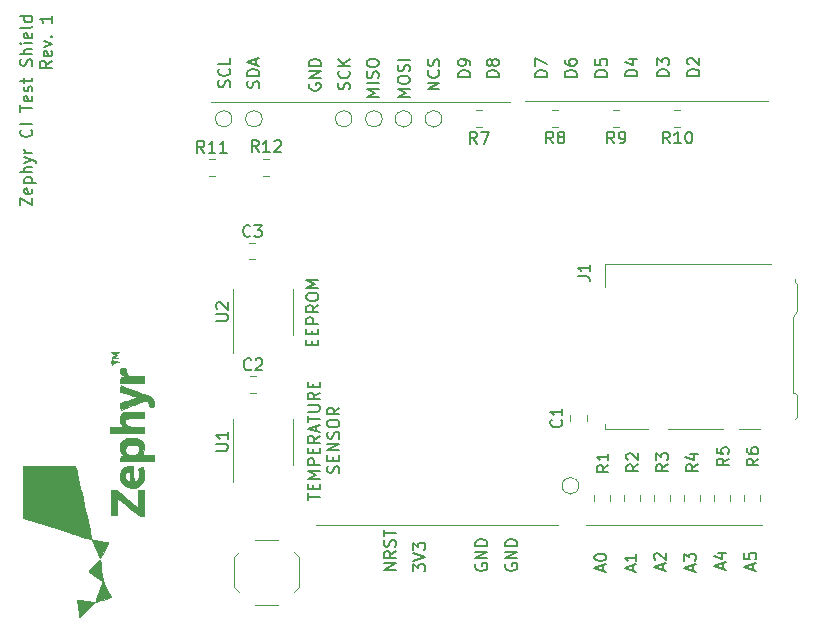
<source format=gbr>
%TF.GenerationSoftware,KiCad,Pcbnew,5.1.6-c6e7f7d~87~ubuntu19.10.1*%
%TF.CreationDate,2020-08-28T21:10:44+02:00*%
%TF.ProjectId,zephyr-ci-shield,7a657068-7972-42d6-9369-2d736869656c,1*%
%TF.SameCoordinates,Original*%
%TF.FileFunction,Legend,Top*%
%TF.FilePolarity,Positive*%
%FSLAX46Y46*%
G04 Gerber Fmt 4.6, Leading zero omitted, Abs format (unit mm)*
G04 Created by KiCad (PCBNEW 5.1.6-c6e7f7d~87~ubuntu19.10.1) date 2020-08-28 21:10:44*
%MOMM*%
%LPD*%
G01*
G04 APERTURE LIST*
%ADD10C,0.120000*%
%ADD11C,0.150000*%
%ADD12C,0.010000*%
G04 APERTURE END LIST*
D10*
X149380000Y-114810000D02*
X164240000Y-114810000D01*
X126470000Y-114800000D02*
X146970000Y-114800000D01*
X117600000Y-78960000D02*
X142920000Y-78960000D01*
X144230000Y-78910000D02*
X164740000Y-78910000D01*
D11*
X101477380Y-87745595D02*
X101477380Y-87078928D01*
X102477380Y-87745595D01*
X102477380Y-87078928D01*
X102429761Y-86317023D02*
X102477380Y-86412261D01*
X102477380Y-86602738D01*
X102429761Y-86697976D01*
X102334523Y-86745595D01*
X101953571Y-86745595D01*
X101858333Y-86697976D01*
X101810714Y-86602738D01*
X101810714Y-86412261D01*
X101858333Y-86317023D01*
X101953571Y-86269404D01*
X102048809Y-86269404D01*
X102144047Y-86745595D01*
X101810714Y-85840833D02*
X102810714Y-85840833D01*
X101858333Y-85840833D02*
X101810714Y-85745595D01*
X101810714Y-85555119D01*
X101858333Y-85459880D01*
X101905952Y-85412261D01*
X102001190Y-85364642D01*
X102286904Y-85364642D01*
X102382142Y-85412261D01*
X102429761Y-85459880D01*
X102477380Y-85555119D01*
X102477380Y-85745595D01*
X102429761Y-85840833D01*
X102477380Y-84936071D02*
X101477380Y-84936071D01*
X102477380Y-84507500D02*
X101953571Y-84507500D01*
X101858333Y-84555119D01*
X101810714Y-84650357D01*
X101810714Y-84793214D01*
X101858333Y-84888452D01*
X101905952Y-84936071D01*
X101810714Y-84126547D02*
X102477380Y-83888452D01*
X101810714Y-83650357D02*
X102477380Y-83888452D01*
X102715476Y-83983690D01*
X102763095Y-84031309D01*
X102810714Y-84126547D01*
X102477380Y-83269404D02*
X101810714Y-83269404D01*
X102001190Y-83269404D02*
X101905952Y-83221785D01*
X101858333Y-83174166D01*
X101810714Y-83078928D01*
X101810714Y-82983690D01*
X102382142Y-81317023D02*
X102429761Y-81364642D01*
X102477380Y-81507500D01*
X102477380Y-81602738D01*
X102429761Y-81745595D01*
X102334523Y-81840833D01*
X102239285Y-81888452D01*
X102048809Y-81936071D01*
X101905952Y-81936071D01*
X101715476Y-81888452D01*
X101620238Y-81840833D01*
X101525000Y-81745595D01*
X101477380Y-81602738D01*
X101477380Y-81507500D01*
X101525000Y-81364642D01*
X101572619Y-81317023D01*
X102477380Y-80888452D02*
X101477380Y-80888452D01*
X101477380Y-79793214D02*
X101477380Y-79221785D01*
X102477380Y-79507500D02*
X101477380Y-79507500D01*
X102429761Y-78507500D02*
X102477380Y-78602738D01*
X102477380Y-78793214D01*
X102429761Y-78888452D01*
X102334523Y-78936071D01*
X101953571Y-78936071D01*
X101858333Y-78888452D01*
X101810714Y-78793214D01*
X101810714Y-78602738D01*
X101858333Y-78507500D01*
X101953571Y-78459880D01*
X102048809Y-78459880D01*
X102144047Y-78936071D01*
X102429761Y-78078928D02*
X102477380Y-77983690D01*
X102477380Y-77793214D01*
X102429761Y-77697976D01*
X102334523Y-77650357D01*
X102286904Y-77650357D01*
X102191666Y-77697976D01*
X102144047Y-77793214D01*
X102144047Y-77936071D01*
X102096428Y-78031309D01*
X102001190Y-78078928D01*
X101953571Y-78078928D01*
X101858333Y-78031309D01*
X101810714Y-77936071D01*
X101810714Y-77793214D01*
X101858333Y-77697976D01*
X101810714Y-77364642D02*
X101810714Y-76983690D01*
X101477380Y-77221785D02*
X102334523Y-77221785D01*
X102429761Y-77174166D01*
X102477380Y-77078928D01*
X102477380Y-76983690D01*
X102429761Y-75936071D02*
X102477380Y-75793214D01*
X102477380Y-75555119D01*
X102429761Y-75459880D01*
X102382142Y-75412261D01*
X102286904Y-75364642D01*
X102191666Y-75364642D01*
X102096428Y-75412261D01*
X102048809Y-75459880D01*
X102001190Y-75555119D01*
X101953571Y-75745595D01*
X101905952Y-75840833D01*
X101858333Y-75888452D01*
X101763095Y-75936071D01*
X101667857Y-75936071D01*
X101572619Y-75888452D01*
X101525000Y-75840833D01*
X101477380Y-75745595D01*
X101477380Y-75507500D01*
X101525000Y-75364642D01*
X102477380Y-74936071D02*
X101477380Y-74936071D01*
X102477380Y-74507500D02*
X101953571Y-74507500D01*
X101858333Y-74555119D01*
X101810714Y-74650357D01*
X101810714Y-74793214D01*
X101858333Y-74888452D01*
X101905952Y-74936071D01*
X102477380Y-74031309D02*
X101810714Y-74031309D01*
X101477380Y-74031309D02*
X101525000Y-74078928D01*
X101572619Y-74031309D01*
X101525000Y-73983690D01*
X101477380Y-74031309D01*
X101572619Y-74031309D01*
X102429761Y-73174166D02*
X102477380Y-73269404D01*
X102477380Y-73459880D01*
X102429761Y-73555119D01*
X102334523Y-73602738D01*
X101953571Y-73602738D01*
X101858333Y-73555119D01*
X101810714Y-73459880D01*
X101810714Y-73269404D01*
X101858333Y-73174166D01*
X101953571Y-73126547D01*
X102048809Y-73126547D01*
X102144047Y-73602738D01*
X102477380Y-72555119D02*
X102429761Y-72650357D01*
X102334523Y-72697976D01*
X101477380Y-72697976D01*
X102477380Y-71745595D02*
X101477380Y-71745595D01*
X102429761Y-71745595D02*
X102477380Y-71840833D01*
X102477380Y-72031309D01*
X102429761Y-72126547D01*
X102382142Y-72174166D01*
X102286904Y-72221785D01*
X102001190Y-72221785D01*
X101905952Y-72174166D01*
X101858333Y-72126547D01*
X101810714Y-72031309D01*
X101810714Y-71840833D01*
X101858333Y-71745595D01*
X104127380Y-75507500D02*
X103651190Y-75840833D01*
X104127380Y-76078928D02*
X103127380Y-76078928D01*
X103127380Y-75697976D01*
X103175000Y-75602738D01*
X103222619Y-75555119D01*
X103317857Y-75507500D01*
X103460714Y-75507500D01*
X103555952Y-75555119D01*
X103603571Y-75602738D01*
X103651190Y-75697976D01*
X103651190Y-76078928D01*
X104079761Y-74697976D02*
X104127380Y-74793214D01*
X104127380Y-74983690D01*
X104079761Y-75078928D01*
X103984523Y-75126547D01*
X103603571Y-75126547D01*
X103508333Y-75078928D01*
X103460714Y-74983690D01*
X103460714Y-74793214D01*
X103508333Y-74697976D01*
X103603571Y-74650357D01*
X103698809Y-74650357D01*
X103794047Y-75126547D01*
X103460714Y-74317023D02*
X104127380Y-74078928D01*
X103460714Y-73840833D01*
X104032142Y-73459880D02*
X104079761Y-73412261D01*
X104127380Y-73459880D01*
X104079761Y-73507500D01*
X104032142Y-73459880D01*
X104127380Y-73459880D01*
X104127380Y-71697976D02*
X104127380Y-72269404D01*
X104127380Y-71983690D02*
X103127380Y-71983690D01*
X103270238Y-72078928D01*
X103365476Y-72174166D01*
X103413095Y-72269404D01*
X133252380Y-118630404D02*
X132252380Y-118630404D01*
X133252380Y-118058976D01*
X132252380Y-118058976D01*
X133252380Y-117011357D02*
X132776190Y-117344690D01*
X133252380Y-117582785D02*
X132252380Y-117582785D01*
X132252380Y-117201833D01*
X132300000Y-117106595D01*
X132347619Y-117058976D01*
X132442857Y-117011357D01*
X132585714Y-117011357D01*
X132680952Y-117058976D01*
X132728571Y-117106595D01*
X132776190Y-117201833D01*
X132776190Y-117582785D01*
X133204761Y-116630404D02*
X133252380Y-116487547D01*
X133252380Y-116249452D01*
X133204761Y-116154214D01*
X133157142Y-116106595D01*
X133061904Y-116058976D01*
X132966666Y-116058976D01*
X132871428Y-116106595D01*
X132823809Y-116154214D01*
X132776190Y-116249452D01*
X132728571Y-116439928D01*
X132680952Y-116535166D01*
X132633333Y-116582785D01*
X132538095Y-116630404D01*
X132442857Y-116630404D01*
X132347619Y-116582785D01*
X132300000Y-116535166D01*
X132252380Y-116439928D01*
X132252380Y-116201833D01*
X132300000Y-116058976D01*
X132252380Y-115773261D02*
X132252380Y-115201833D01*
X133252380Y-115487547D02*
X132252380Y-115487547D01*
X134752380Y-118725642D02*
X134752380Y-118106595D01*
X135133333Y-118439928D01*
X135133333Y-118297071D01*
X135180952Y-118201833D01*
X135228571Y-118154214D01*
X135323809Y-118106595D01*
X135561904Y-118106595D01*
X135657142Y-118154214D01*
X135704761Y-118201833D01*
X135752380Y-118297071D01*
X135752380Y-118582785D01*
X135704761Y-118678023D01*
X135657142Y-118725642D01*
X134752380Y-117820880D02*
X135752380Y-117487547D01*
X134752380Y-117154214D01*
X134752380Y-116916119D02*
X134752380Y-116297071D01*
X135133333Y-116630404D01*
X135133333Y-116487547D01*
X135180952Y-116392309D01*
X135228571Y-116344690D01*
X135323809Y-116297071D01*
X135561904Y-116297071D01*
X135657142Y-116344690D01*
X135704761Y-116392309D01*
X135752380Y-116487547D01*
X135752380Y-116773261D01*
X135704761Y-116868500D01*
X135657142Y-116916119D01*
X140050000Y-118106595D02*
X140002380Y-118201833D01*
X140002380Y-118344690D01*
X140050000Y-118487547D01*
X140145238Y-118582785D01*
X140240476Y-118630404D01*
X140430952Y-118678023D01*
X140573809Y-118678023D01*
X140764285Y-118630404D01*
X140859523Y-118582785D01*
X140954761Y-118487547D01*
X141002380Y-118344690D01*
X141002380Y-118249452D01*
X140954761Y-118106595D01*
X140907142Y-118058976D01*
X140573809Y-118058976D01*
X140573809Y-118249452D01*
X141002380Y-117630404D02*
X140002380Y-117630404D01*
X141002380Y-117058976D01*
X140002380Y-117058976D01*
X141002380Y-116582785D02*
X140002380Y-116582785D01*
X140002380Y-116344690D01*
X140050000Y-116201833D01*
X140145238Y-116106595D01*
X140240476Y-116058976D01*
X140430952Y-116011357D01*
X140573809Y-116011357D01*
X140764285Y-116058976D01*
X140859523Y-116106595D01*
X140954761Y-116201833D01*
X141002380Y-116344690D01*
X141002380Y-116582785D01*
X142580000Y-118106595D02*
X142532380Y-118201833D01*
X142532380Y-118344690D01*
X142580000Y-118487547D01*
X142675238Y-118582785D01*
X142770476Y-118630404D01*
X142960952Y-118678023D01*
X143103809Y-118678023D01*
X143294285Y-118630404D01*
X143389523Y-118582785D01*
X143484761Y-118487547D01*
X143532380Y-118344690D01*
X143532380Y-118249452D01*
X143484761Y-118106595D01*
X143437142Y-118058976D01*
X143103809Y-118058976D01*
X143103809Y-118249452D01*
X143532380Y-117630404D02*
X142532380Y-117630404D01*
X143532380Y-117058976D01*
X142532380Y-117058976D01*
X143532380Y-116582785D02*
X142532380Y-116582785D01*
X142532380Y-116344690D01*
X142580000Y-116201833D01*
X142675238Y-116106595D01*
X142770476Y-116058976D01*
X142960952Y-116011357D01*
X143103809Y-116011357D01*
X143294285Y-116058976D01*
X143389523Y-116106595D01*
X143484761Y-116201833D01*
X143532380Y-116344690D01*
X143532380Y-116582785D01*
X126178571Y-99571904D02*
X126178571Y-99238571D01*
X126702380Y-99095714D02*
X126702380Y-99571904D01*
X125702380Y-99571904D01*
X125702380Y-99095714D01*
X126178571Y-98667142D02*
X126178571Y-98333809D01*
X126702380Y-98190952D02*
X126702380Y-98667142D01*
X125702380Y-98667142D01*
X125702380Y-98190952D01*
X126702380Y-97762380D02*
X125702380Y-97762380D01*
X125702380Y-97381428D01*
X125750000Y-97286190D01*
X125797619Y-97238571D01*
X125892857Y-97190952D01*
X126035714Y-97190952D01*
X126130952Y-97238571D01*
X126178571Y-97286190D01*
X126226190Y-97381428D01*
X126226190Y-97762380D01*
X126702380Y-96190952D02*
X126226190Y-96524285D01*
X126702380Y-96762380D02*
X125702380Y-96762380D01*
X125702380Y-96381428D01*
X125750000Y-96286190D01*
X125797619Y-96238571D01*
X125892857Y-96190952D01*
X126035714Y-96190952D01*
X126130952Y-96238571D01*
X126178571Y-96286190D01*
X126226190Y-96381428D01*
X126226190Y-96762380D01*
X125702380Y-95571904D02*
X125702380Y-95381428D01*
X125750000Y-95286190D01*
X125845238Y-95190952D01*
X126035714Y-95143333D01*
X126369047Y-95143333D01*
X126559523Y-95190952D01*
X126654761Y-95286190D01*
X126702380Y-95381428D01*
X126702380Y-95571904D01*
X126654761Y-95667142D01*
X126559523Y-95762380D01*
X126369047Y-95810000D01*
X126035714Y-95810000D01*
X125845238Y-95762380D01*
X125750000Y-95667142D01*
X125702380Y-95571904D01*
X126702380Y-94714761D02*
X125702380Y-94714761D01*
X126416666Y-94381428D01*
X125702380Y-94048095D01*
X126702380Y-94048095D01*
X125817380Y-112677619D02*
X125817380Y-112106190D01*
X126817380Y-112391904D02*
X125817380Y-112391904D01*
X126293571Y-111772857D02*
X126293571Y-111439523D01*
X126817380Y-111296666D02*
X126817380Y-111772857D01*
X125817380Y-111772857D01*
X125817380Y-111296666D01*
X126817380Y-110868095D02*
X125817380Y-110868095D01*
X126531666Y-110534761D01*
X125817380Y-110201428D01*
X126817380Y-110201428D01*
X126817380Y-109725238D02*
X125817380Y-109725238D01*
X125817380Y-109344285D01*
X125865000Y-109249047D01*
X125912619Y-109201428D01*
X126007857Y-109153809D01*
X126150714Y-109153809D01*
X126245952Y-109201428D01*
X126293571Y-109249047D01*
X126341190Y-109344285D01*
X126341190Y-109725238D01*
X126293571Y-108725238D02*
X126293571Y-108391904D01*
X126817380Y-108249047D02*
X126817380Y-108725238D01*
X125817380Y-108725238D01*
X125817380Y-108249047D01*
X126817380Y-107249047D02*
X126341190Y-107582380D01*
X126817380Y-107820476D02*
X125817380Y-107820476D01*
X125817380Y-107439523D01*
X125865000Y-107344285D01*
X125912619Y-107296666D01*
X126007857Y-107249047D01*
X126150714Y-107249047D01*
X126245952Y-107296666D01*
X126293571Y-107344285D01*
X126341190Y-107439523D01*
X126341190Y-107820476D01*
X126531666Y-106868095D02*
X126531666Y-106391904D01*
X126817380Y-106963333D02*
X125817380Y-106630000D01*
X126817380Y-106296666D01*
X125817380Y-106106190D02*
X125817380Y-105534761D01*
X126817380Y-105820476D02*
X125817380Y-105820476D01*
X125817380Y-105201428D02*
X126626904Y-105201428D01*
X126722142Y-105153809D01*
X126769761Y-105106190D01*
X126817380Y-105010952D01*
X126817380Y-104820476D01*
X126769761Y-104725238D01*
X126722142Y-104677619D01*
X126626904Y-104630000D01*
X125817380Y-104630000D01*
X126817380Y-103582380D02*
X126341190Y-103915714D01*
X126817380Y-104153809D02*
X125817380Y-104153809D01*
X125817380Y-103772857D01*
X125865000Y-103677619D01*
X125912619Y-103630000D01*
X126007857Y-103582380D01*
X126150714Y-103582380D01*
X126245952Y-103630000D01*
X126293571Y-103677619D01*
X126341190Y-103772857D01*
X126341190Y-104153809D01*
X126293571Y-103153809D02*
X126293571Y-102820476D01*
X126817380Y-102677619D02*
X126817380Y-103153809D01*
X125817380Y-103153809D01*
X125817380Y-102677619D01*
X128419761Y-110391904D02*
X128467380Y-110249047D01*
X128467380Y-110010952D01*
X128419761Y-109915714D01*
X128372142Y-109868095D01*
X128276904Y-109820476D01*
X128181666Y-109820476D01*
X128086428Y-109868095D01*
X128038809Y-109915714D01*
X127991190Y-110010952D01*
X127943571Y-110201428D01*
X127895952Y-110296666D01*
X127848333Y-110344285D01*
X127753095Y-110391904D01*
X127657857Y-110391904D01*
X127562619Y-110344285D01*
X127515000Y-110296666D01*
X127467380Y-110201428D01*
X127467380Y-109963333D01*
X127515000Y-109820476D01*
X127943571Y-109391904D02*
X127943571Y-109058571D01*
X128467380Y-108915714D02*
X128467380Y-109391904D01*
X127467380Y-109391904D01*
X127467380Y-108915714D01*
X128467380Y-108487142D02*
X127467380Y-108487142D01*
X128467380Y-107915714D01*
X127467380Y-107915714D01*
X128419761Y-107487142D02*
X128467380Y-107344285D01*
X128467380Y-107106190D01*
X128419761Y-107010952D01*
X128372142Y-106963333D01*
X128276904Y-106915714D01*
X128181666Y-106915714D01*
X128086428Y-106963333D01*
X128038809Y-107010952D01*
X127991190Y-107106190D01*
X127943571Y-107296666D01*
X127895952Y-107391904D01*
X127848333Y-107439523D01*
X127753095Y-107487142D01*
X127657857Y-107487142D01*
X127562619Y-107439523D01*
X127515000Y-107391904D01*
X127467380Y-107296666D01*
X127467380Y-107058571D01*
X127515000Y-106915714D01*
X127467380Y-106296666D02*
X127467380Y-106106190D01*
X127515000Y-106010952D01*
X127610238Y-105915714D01*
X127800714Y-105868095D01*
X128134047Y-105868095D01*
X128324523Y-105915714D01*
X128419761Y-106010952D01*
X128467380Y-106106190D01*
X128467380Y-106296666D01*
X128419761Y-106391904D01*
X128324523Y-106487142D01*
X128134047Y-106534761D01*
X127800714Y-106534761D01*
X127610238Y-106487142D01*
X127515000Y-106391904D01*
X127467380Y-106296666D01*
X128467380Y-104868095D02*
X127991190Y-105201428D01*
X128467380Y-105439523D02*
X127467380Y-105439523D01*
X127467380Y-105058571D01*
X127515000Y-104963333D01*
X127562619Y-104915714D01*
X127657857Y-104868095D01*
X127800714Y-104868095D01*
X127895952Y-104915714D01*
X127943571Y-104963333D01*
X127991190Y-105058571D01*
X127991190Y-105439523D01*
X163486666Y-118576023D02*
X163486666Y-118099833D01*
X163772380Y-118671261D02*
X162772380Y-118337928D01*
X163772380Y-118004595D01*
X162772380Y-117195071D02*
X162772380Y-117671261D01*
X163248571Y-117718880D01*
X163200952Y-117671261D01*
X163153333Y-117576023D01*
X163153333Y-117337928D01*
X163200952Y-117242690D01*
X163248571Y-117195071D01*
X163343809Y-117147452D01*
X163581904Y-117147452D01*
X163677142Y-117195071D01*
X163724761Y-117242690D01*
X163772380Y-117337928D01*
X163772380Y-117576023D01*
X163724761Y-117671261D01*
X163677142Y-117718880D01*
X160936666Y-118542023D02*
X160936666Y-118065833D01*
X161222380Y-118637261D02*
X160222380Y-118303928D01*
X161222380Y-117970595D01*
X160555714Y-117208690D02*
X161222380Y-117208690D01*
X160174761Y-117446785D02*
X160889047Y-117684880D01*
X160889047Y-117065833D01*
X158396666Y-118644023D02*
X158396666Y-118167833D01*
X158682380Y-118739261D02*
X157682380Y-118405928D01*
X158682380Y-118072595D01*
X157682380Y-117834500D02*
X157682380Y-117215452D01*
X158063333Y-117548785D01*
X158063333Y-117405928D01*
X158110952Y-117310690D01*
X158158571Y-117263071D01*
X158253809Y-117215452D01*
X158491904Y-117215452D01*
X158587142Y-117263071D01*
X158634761Y-117310690D01*
X158682380Y-117405928D01*
X158682380Y-117691642D01*
X158634761Y-117786880D01*
X158587142Y-117834500D01*
X155846666Y-118610023D02*
X155846666Y-118133833D01*
X156132380Y-118705261D02*
X155132380Y-118371928D01*
X156132380Y-118038595D01*
X155227619Y-117752880D02*
X155180000Y-117705261D01*
X155132380Y-117610023D01*
X155132380Y-117371928D01*
X155180000Y-117276690D01*
X155227619Y-117229071D01*
X155322857Y-117181452D01*
X155418095Y-117181452D01*
X155560952Y-117229071D01*
X156132380Y-117800500D01*
X156132380Y-117181452D01*
X153356666Y-118712023D02*
X153356666Y-118235833D01*
X153642380Y-118807261D02*
X152642380Y-118473928D01*
X153642380Y-118140595D01*
X153642380Y-117283452D02*
X153642380Y-117854880D01*
X153642380Y-117569166D02*
X152642380Y-117569166D01*
X152785238Y-117664404D01*
X152880476Y-117759642D01*
X152928095Y-117854880D01*
X150796666Y-118678023D02*
X150796666Y-118201833D01*
X151082380Y-118773261D02*
X150082380Y-118439928D01*
X151082380Y-118106595D01*
X150082380Y-117582785D02*
X150082380Y-117487547D01*
X150130000Y-117392309D01*
X150177619Y-117344690D01*
X150272857Y-117297071D01*
X150463333Y-117249452D01*
X150701428Y-117249452D01*
X150891904Y-117297071D01*
X150987142Y-117344690D01*
X151034761Y-117392309D01*
X151082380Y-117487547D01*
X151082380Y-117582785D01*
X151034761Y-117678023D01*
X150987142Y-117725642D01*
X150891904Y-117773261D01*
X150701428Y-117820880D01*
X150463333Y-117820880D01*
X150272857Y-117773261D01*
X150177619Y-117725642D01*
X150130000Y-117678023D01*
X150082380Y-117582785D01*
X125950000Y-77443214D02*
X125902380Y-77538452D01*
X125902380Y-77681309D01*
X125950000Y-77824166D01*
X126045238Y-77919404D01*
X126140476Y-77967023D01*
X126330952Y-78014642D01*
X126473809Y-78014642D01*
X126664285Y-77967023D01*
X126759523Y-77919404D01*
X126854761Y-77824166D01*
X126902380Y-77681309D01*
X126902380Y-77586071D01*
X126854761Y-77443214D01*
X126807142Y-77395595D01*
X126473809Y-77395595D01*
X126473809Y-77586071D01*
X126902380Y-76967023D02*
X125902380Y-76967023D01*
X126902380Y-76395595D01*
X125902380Y-76395595D01*
X126902380Y-75919404D02*
X125902380Y-75919404D01*
X125902380Y-75681309D01*
X125950000Y-75538452D01*
X126045238Y-75443214D01*
X126140476Y-75395595D01*
X126330952Y-75347976D01*
X126473809Y-75347976D01*
X126664285Y-75395595D01*
X126759523Y-75443214D01*
X126854761Y-75538452D01*
X126902380Y-75681309D01*
X126902380Y-75919404D01*
X121644761Y-77776547D02*
X121692380Y-77633690D01*
X121692380Y-77395595D01*
X121644761Y-77300357D01*
X121597142Y-77252738D01*
X121501904Y-77205119D01*
X121406666Y-77205119D01*
X121311428Y-77252738D01*
X121263809Y-77300357D01*
X121216190Y-77395595D01*
X121168571Y-77586071D01*
X121120952Y-77681309D01*
X121073333Y-77728928D01*
X120978095Y-77776547D01*
X120882857Y-77776547D01*
X120787619Y-77728928D01*
X120740000Y-77681309D01*
X120692380Y-77586071D01*
X120692380Y-77347976D01*
X120740000Y-77205119D01*
X121692380Y-76776547D02*
X120692380Y-76776547D01*
X120692380Y-76538452D01*
X120740000Y-76395595D01*
X120835238Y-76300357D01*
X120930476Y-76252738D01*
X121120952Y-76205119D01*
X121263809Y-76205119D01*
X121454285Y-76252738D01*
X121549523Y-76300357D01*
X121644761Y-76395595D01*
X121692380Y-76538452D01*
X121692380Y-76776547D01*
X121406666Y-75824166D02*
X121406666Y-75347976D01*
X121692380Y-75919404D02*
X120692380Y-75586071D01*
X121692380Y-75252738D01*
X119194761Y-77728928D02*
X119242380Y-77586071D01*
X119242380Y-77347976D01*
X119194761Y-77252738D01*
X119147142Y-77205119D01*
X119051904Y-77157500D01*
X118956666Y-77157500D01*
X118861428Y-77205119D01*
X118813809Y-77252738D01*
X118766190Y-77347976D01*
X118718571Y-77538452D01*
X118670952Y-77633690D01*
X118623333Y-77681309D01*
X118528095Y-77728928D01*
X118432857Y-77728928D01*
X118337619Y-77681309D01*
X118290000Y-77633690D01*
X118242380Y-77538452D01*
X118242380Y-77300357D01*
X118290000Y-77157500D01*
X119147142Y-76157500D02*
X119194761Y-76205119D01*
X119242380Y-76347976D01*
X119242380Y-76443214D01*
X119194761Y-76586071D01*
X119099523Y-76681309D01*
X119004285Y-76728928D01*
X118813809Y-76776547D01*
X118670952Y-76776547D01*
X118480476Y-76728928D01*
X118385238Y-76681309D01*
X118290000Y-76586071D01*
X118242380Y-76443214D01*
X118242380Y-76347976D01*
X118290000Y-76205119D01*
X118337619Y-76157500D01*
X119242380Y-75252738D02*
X119242380Y-75728928D01*
X118242380Y-75728928D01*
X158952380Y-76761785D02*
X157952380Y-76761785D01*
X157952380Y-76523690D01*
X158000000Y-76380833D01*
X158095238Y-76285595D01*
X158190476Y-76237976D01*
X158380952Y-76190357D01*
X158523809Y-76190357D01*
X158714285Y-76237976D01*
X158809523Y-76285595D01*
X158904761Y-76380833D01*
X158952380Y-76523690D01*
X158952380Y-76761785D01*
X158047619Y-75809404D02*
X158000000Y-75761785D01*
X157952380Y-75666547D01*
X157952380Y-75428452D01*
X158000000Y-75333214D01*
X158047619Y-75285595D01*
X158142857Y-75237976D01*
X158238095Y-75237976D01*
X158380952Y-75285595D01*
X158952380Y-75857023D01*
X158952380Y-75237976D01*
X156392380Y-76791785D02*
X155392380Y-76791785D01*
X155392380Y-76553690D01*
X155440000Y-76410833D01*
X155535238Y-76315595D01*
X155630476Y-76267976D01*
X155820952Y-76220357D01*
X155963809Y-76220357D01*
X156154285Y-76267976D01*
X156249523Y-76315595D01*
X156344761Y-76410833D01*
X156392380Y-76553690D01*
X156392380Y-76791785D01*
X155392380Y-75887023D02*
X155392380Y-75267976D01*
X155773333Y-75601309D01*
X155773333Y-75458452D01*
X155820952Y-75363214D01*
X155868571Y-75315595D01*
X155963809Y-75267976D01*
X156201904Y-75267976D01*
X156297142Y-75315595D01*
X156344761Y-75363214D01*
X156392380Y-75458452D01*
X156392380Y-75744166D01*
X156344761Y-75839404D01*
X156297142Y-75887023D01*
X153702380Y-76811785D02*
X152702380Y-76811785D01*
X152702380Y-76573690D01*
X152750000Y-76430833D01*
X152845238Y-76335595D01*
X152940476Y-76287976D01*
X153130952Y-76240357D01*
X153273809Y-76240357D01*
X153464285Y-76287976D01*
X153559523Y-76335595D01*
X153654761Y-76430833D01*
X153702380Y-76573690D01*
X153702380Y-76811785D01*
X153035714Y-75383214D02*
X153702380Y-75383214D01*
X152654761Y-75621309D02*
X153369047Y-75859404D01*
X153369047Y-75240357D01*
X151152380Y-76831785D02*
X150152380Y-76831785D01*
X150152380Y-76593690D01*
X150200000Y-76450833D01*
X150295238Y-76355595D01*
X150390476Y-76307976D01*
X150580952Y-76260357D01*
X150723809Y-76260357D01*
X150914285Y-76307976D01*
X151009523Y-76355595D01*
X151104761Y-76450833D01*
X151152380Y-76593690D01*
X151152380Y-76831785D01*
X150152380Y-75355595D02*
X150152380Y-75831785D01*
X150628571Y-75879404D01*
X150580952Y-75831785D01*
X150533333Y-75736547D01*
X150533333Y-75498452D01*
X150580952Y-75403214D01*
X150628571Y-75355595D01*
X150723809Y-75307976D01*
X150961904Y-75307976D01*
X151057142Y-75355595D01*
X151104761Y-75403214D01*
X151152380Y-75498452D01*
X151152380Y-75736547D01*
X151104761Y-75831785D01*
X151057142Y-75879404D01*
X148572380Y-76851785D02*
X147572380Y-76851785D01*
X147572380Y-76613690D01*
X147620000Y-76470833D01*
X147715238Y-76375595D01*
X147810476Y-76327976D01*
X148000952Y-76280357D01*
X148143809Y-76280357D01*
X148334285Y-76327976D01*
X148429523Y-76375595D01*
X148524761Y-76470833D01*
X148572380Y-76613690D01*
X148572380Y-76851785D01*
X147572380Y-75423214D02*
X147572380Y-75613690D01*
X147620000Y-75708928D01*
X147667619Y-75756547D01*
X147810476Y-75851785D01*
X148000952Y-75899404D01*
X148381904Y-75899404D01*
X148477142Y-75851785D01*
X148524761Y-75804166D01*
X148572380Y-75708928D01*
X148572380Y-75518452D01*
X148524761Y-75423214D01*
X148477142Y-75375595D01*
X148381904Y-75327976D01*
X148143809Y-75327976D01*
X148048571Y-75375595D01*
X148000952Y-75423214D01*
X147953333Y-75518452D01*
X147953333Y-75708928D01*
X148000952Y-75804166D01*
X148048571Y-75851785D01*
X148143809Y-75899404D01*
X146082380Y-76871785D02*
X145082380Y-76871785D01*
X145082380Y-76633690D01*
X145130000Y-76490833D01*
X145225238Y-76395595D01*
X145320476Y-76347976D01*
X145510952Y-76300357D01*
X145653809Y-76300357D01*
X145844285Y-76347976D01*
X145939523Y-76395595D01*
X146034761Y-76490833D01*
X146082380Y-76633690D01*
X146082380Y-76871785D01*
X145082380Y-75967023D02*
X145082380Y-75300357D01*
X146082380Y-75728928D01*
X141962380Y-76871785D02*
X140962380Y-76871785D01*
X140962380Y-76633690D01*
X141010000Y-76490833D01*
X141105238Y-76395595D01*
X141200476Y-76347976D01*
X141390952Y-76300357D01*
X141533809Y-76300357D01*
X141724285Y-76347976D01*
X141819523Y-76395595D01*
X141914761Y-76490833D01*
X141962380Y-76633690D01*
X141962380Y-76871785D01*
X141390952Y-75728928D02*
X141343333Y-75824166D01*
X141295714Y-75871785D01*
X141200476Y-75919404D01*
X141152857Y-75919404D01*
X141057619Y-75871785D01*
X141010000Y-75824166D01*
X140962380Y-75728928D01*
X140962380Y-75538452D01*
X141010000Y-75443214D01*
X141057619Y-75395595D01*
X141152857Y-75347976D01*
X141200476Y-75347976D01*
X141295714Y-75395595D01*
X141343333Y-75443214D01*
X141390952Y-75538452D01*
X141390952Y-75728928D01*
X141438571Y-75824166D01*
X141486190Y-75871785D01*
X141581428Y-75919404D01*
X141771904Y-75919404D01*
X141867142Y-75871785D01*
X141914761Y-75824166D01*
X141962380Y-75728928D01*
X141962380Y-75538452D01*
X141914761Y-75443214D01*
X141867142Y-75395595D01*
X141771904Y-75347976D01*
X141581428Y-75347976D01*
X141486190Y-75395595D01*
X141438571Y-75443214D01*
X141390952Y-75538452D01*
X139552380Y-76871785D02*
X138552380Y-76871785D01*
X138552380Y-76633690D01*
X138600000Y-76490833D01*
X138695238Y-76395595D01*
X138790476Y-76347976D01*
X138980952Y-76300357D01*
X139123809Y-76300357D01*
X139314285Y-76347976D01*
X139409523Y-76395595D01*
X139504761Y-76490833D01*
X139552380Y-76633690D01*
X139552380Y-76871785D01*
X139552380Y-75824166D02*
X139552380Y-75633690D01*
X139504761Y-75538452D01*
X139457142Y-75490833D01*
X139314285Y-75395595D01*
X139123809Y-75347976D01*
X138742857Y-75347976D01*
X138647619Y-75395595D01*
X138600000Y-75443214D01*
X138552380Y-75538452D01*
X138552380Y-75728928D01*
X138600000Y-75824166D01*
X138647619Y-75871785D01*
X138742857Y-75919404D01*
X138980952Y-75919404D01*
X139076190Y-75871785D01*
X139123809Y-75824166D01*
X139171428Y-75728928D01*
X139171428Y-75538452D01*
X139123809Y-75443214D01*
X139076190Y-75395595D01*
X138980952Y-75347976D01*
X136952380Y-77919404D02*
X135952380Y-77919404D01*
X136952380Y-77347976D01*
X135952380Y-77347976D01*
X136857142Y-76300357D02*
X136904761Y-76347976D01*
X136952380Y-76490833D01*
X136952380Y-76586071D01*
X136904761Y-76728928D01*
X136809523Y-76824166D01*
X136714285Y-76871785D01*
X136523809Y-76919404D01*
X136380952Y-76919404D01*
X136190476Y-76871785D01*
X136095238Y-76824166D01*
X136000000Y-76728928D01*
X135952380Y-76586071D01*
X135952380Y-76490833D01*
X136000000Y-76347976D01*
X136047619Y-76300357D01*
X136904761Y-75919404D02*
X136952380Y-75776547D01*
X136952380Y-75538452D01*
X136904761Y-75443214D01*
X136857142Y-75395595D01*
X136761904Y-75347976D01*
X136666666Y-75347976D01*
X136571428Y-75395595D01*
X136523809Y-75443214D01*
X136476190Y-75538452D01*
X136428571Y-75728928D01*
X136380952Y-75824166D01*
X136333333Y-75871785D01*
X136238095Y-75919404D01*
X136142857Y-75919404D01*
X136047619Y-75871785D01*
X136000000Y-75824166D01*
X135952380Y-75728928D01*
X135952380Y-75490833D01*
X136000000Y-75347976D01*
X134442380Y-78538452D02*
X133442380Y-78538452D01*
X134156666Y-78205119D01*
X133442380Y-77871785D01*
X134442380Y-77871785D01*
X133442380Y-77205119D02*
X133442380Y-77014642D01*
X133490000Y-76919404D01*
X133585238Y-76824166D01*
X133775714Y-76776547D01*
X134109047Y-76776547D01*
X134299523Y-76824166D01*
X134394761Y-76919404D01*
X134442380Y-77014642D01*
X134442380Y-77205119D01*
X134394761Y-77300357D01*
X134299523Y-77395595D01*
X134109047Y-77443214D01*
X133775714Y-77443214D01*
X133585238Y-77395595D01*
X133490000Y-77300357D01*
X133442380Y-77205119D01*
X134394761Y-76395595D02*
X134442380Y-76252738D01*
X134442380Y-76014642D01*
X134394761Y-75919404D01*
X134347142Y-75871785D01*
X134251904Y-75824166D01*
X134156666Y-75824166D01*
X134061428Y-75871785D01*
X134013809Y-75919404D01*
X133966190Y-76014642D01*
X133918571Y-76205119D01*
X133870952Y-76300357D01*
X133823333Y-76347976D01*
X133728095Y-76395595D01*
X133632857Y-76395595D01*
X133537619Y-76347976D01*
X133490000Y-76300357D01*
X133442380Y-76205119D01*
X133442380Y-75967023D01*
X133490000Y-75824166D01*
X134442380Y-75395595D02*
X133442380Y-75395595D01*
X131802380Y-78538452D02*
X130802380Y-78538452D01*
X131516666Y-78205119D01*
X130802380Y-77871785D01*
X131802380Y-77871785D01*
X131802380Y-77395595D02*
X130802380Y-77395595D01*
X131754761Y-76967023D02*
X131802380Y-76824166D01*
X131802380Y-76586071D01*
X131754761Y-76490833D01*
X131707142Y-76443214D01*
X131611904Y-76395595D01*
X131516666Y-76395595D01*
X131421428Y-76443214D01*
X131373809Y-76490833D01*
X131326190Y-76586071D01*
X131278571Y-76776547D01*
X131230952Y-76871785D01*
X131183333Y-76919404D01*
X131088095Y-76967023D01*
X130992857Y-76967023D01*
X130897619Y-76919404D01*
X130850000Y-76871785D01*
X130802380Y-76776547D01*
X130802380Y-76538452D01*
X130850000Y-76395595D01*
X130802380Y-75776547D02*
X130802380Y-75586071D01*
X130850000Y-75490833D01*
X130945238Y-75395595D01*
X131135714Y-75347976D01*
X131469047Y-75347976D01*
X131659523Y-75395595D01*
X131754761Y-75490833D01*
X131802380Y-75586071D01*
X131802380Y-75776547D01*
X131754761Y-75871785D01*
X131659523Y-75967023D01*
X131469047Y-76014642D01*
X131135714Y-76014642D01*
X130945238Y-75967023D01*
X130850000Y-75871785D01*
X130802380Y-75776547D01*
X129334761Y-77919404D02*
X129382380Y-77776547D01*
X129382380Y-77538452D01*
X129334761Y-77443214D01*
X129287142Y-77395595D01*
X129191904Y-77347976D01*
X129096666Y-77347976D01*
X129001428Y-77395595D01*
X128953809Y-77443214D01*
X128906190Y-77538452D01*
X128858571Y-77728928D01*
X128810952Y-77824166D01*
X128763333Y-77871785D01*
X128668095Y-77919404D01*
X128572857Y-77919404D01*
X128477619Y-77871785D01*
X128430000Y-77824166D01*
X128382380Y-77728928D01*
X128382380Y-77490833D01*
X128430000Y-77347976D01*
X129287142Y-76347976D02*
X129334761Y-76395595D01*
X129382380Y-76538452D01*
X129382380Y-76633690D01*
X129334761Y-76776547D01*
X129239523Y-76871785D01*
X129144285Y-76919404D01*
X128953809Y-76967023D01*
X128810952Y-76967023D01*
X128620476Y-76919404D01*
X128525238Y-76871785D01*
X128430000Y-76776547D01*
X128382380Y-76633690D01*
X128382380Y-76538452D01*
X128430000Y-76395595D01*
X128477619Y-76347976D01*
X129382380Y-75919404D02*
X128382380Y-75919404D01*
X129382380Y-75347976D02*
X128810952Y-75776547D01*
X128382380Y-75347976D02*
X128953809Y-75919404D01*
D10*
%TO.C,J1*%
X167265000Y-96715000D02*
X166915000Y-97225000D01*
X167065000Y-94205000D02*
X167065000Y-93945000D01*
X167265000Y-94405000D02*
X167065000Y-94205000D01*
X167265000Y-103805000D02*
X167065000Y-103595000D01*
X166915000Y-103595000D02*
X167065000Y-103595000D01*
X166915000Y-103595000D02*
X166915000Y-97225000D01*
X162305000Y-106695000D02*
X164105000Y-106695000D01*
X156305000Y-106695000D02*
X161005000Y-106695000D01*
X167265000Y-105665000D02*
X167065000Y-105865000D01*
X167265000Y-105665000D02*
X167265000Y-103805000D01*
X167265000Y-94405000D02*
X167265000Y-96715000D01*
X150995000Y-106695000D02*
X154605000Y-106695000D01*
X150995000Y-106245000D02*
X150995000Y-106695000D01*
X150995000Y-92725000D02*
X165005000Y-92725000D01*
X150995000Y-94645000D02*
X150995000Y-92725000D01*
D12*
%TO.C,G\u002A\u002A\u002A*%
G36*
X109945938Y-103088429D02*
G01*
X109960599Y-103004338D01*
X109993486Y-102981440D01*
X110031300Y-102991154D01*
X110102356Y-103018454D01*
X110254052Y-103076378D01*
X110472049Y-103159462D01*
X110742011Y-103262246D01*
X111049602Y-103379266D01*
X111263200Y-103460482D01*
X111593541Y-103588496D01*
X111900412Y-103711988D01*
X112168184Y-103824306D01*
X112381228Y-103918800D01*
X112523913Y-103988819D01*
X112569179Y-104016261D01*
X112707497Y-104169224D01*
X112799173Y-104368649D01*
X112831882Y-104577004D01*
X112804356Y-104732500D01*
X112740843Y-104773871D01*
X112614406Y-104795103D01*
X112579766Y-104796000D01*
X112449962Y-104788127D01*
X112393043Y-104753576D01*
X112380800Y-104680304D01*
X112351668Y-104549064D01*
X112301994Y-104452097D01*
X112243498Y-104374340D01*
X112184213Y-104320566D01*
X112111161Y-104292637D01*
X112011361Y-104292411D01*
X111871833Y-104321749D01*
X111679599Y-104382510D01*
X111421679Y-104476554D01*
X111085093Y-104605742D01*
X111000364Y-104638611D01*
X109967800Y-105039460D01*
X109952393Y-104759570D01*
X109947214Y-104602168D01*
X109950133Y-104491996D01*
X109956852Y-104459815D01*
X110010080Y-104439270D01*
X110143287Y-104396030D01*
X110338847Y-104335596D01*
X110579130Y-104263474D01*
X110697820Y-104228476D01*
X110946910Y-104152452D01*
X111153351Y-104083713D01*
X111301313Y-104027998D01*
X111374962Y-103991044D01*
X111379161Y-103981556D01*
X111318245Y-103955657D01*
X111178076Y-103908735D01*
X110977367Y-103846693D01*
X110734831Y-103775435D01*
X110641207Y-103748754D01*
X109943014Y-103551400D01*
X109942707Y-103253865D01*
X109945938Y-103088429D01*
G37*
X109945938Y-103088429D02*
X109960599Y-103004338D01*
X109993486Y-102981440D01*
X110031300Y-102991154D01*
X110102356Y-103018454D01*
X110254052Y-103076378D01*
X110472049Y-103159462D01*
X110742011Y-103262246D01*
X111049602Y-103379266D01*
X111263200Y-103460482D01*
X111593541Y-103588496D01*
X111900412Y-103711988D01*
X112168184Y-103824306D01*
X112381228Y-103918800D01*
X112523913Y-103988819D01*
X112569179Y-104016261D01*
X112707497Y-104169224D01*
X112799173Y-104368649D01*
X112831882Y-104577004D01*
X112804356Y-104732500D01*
X112740843Y-104773871D01*
X112614406Y-104795103D01*
X112579766Y-104796000D01*
X112449962Y-104788127D01*
X112393043Y-104753576D01*
X112380800Y-104680304D01*
X112351668Y-104549064D01*
X112301994Y-104452097D01*
X112243498Y-104374340D01*
X112184213Y-104320566D01*
X112111161Y-104292637D01*
X112011361Y-104292411D01*
X111871833Y-104321749D01*
X111679599Y-104382510D01*
X111421679Y-104476554D01*
X111085093Y-104605742D01*
X111000364Y-104638611D01*
X109967800Y-105039460D01*
X109952393Y-104759570D01*
X109947214Y-104602168D01*
X109950133Y-104491996D01*
X109956852Y-104459815D01*
X110010080Y-104439270D01*
X110143287Y-104396030D01*
X110338847Y-104335596D01*
X110579130Y-104263474D01*
X110697820Y-104228476D01*
X110946910Y-104152452D01*
X111153351Y-104083713D01*
X111301313Y-104027998D01*
X111374962Y-103991044D01*
X111379161Y-103981556D01*
X111318245Y-103955657D01*
X111178076Y-103908735D01*
X110977367Y-103846693D01*
X110734831Y-103775435D01*
X110641207Y-103748754D01*
X109943014Y-103551400D01*
X109942707Y-103253865D01*
X109945938Y-103088429D01*
G36*
X109914081Y-108027465D02*
G01*
X109999138Y-107797803D01*
X110032853Y-107747078D01*
X110213674Y-107584343D01*
X110457749Y-107475351D01*
X110741773Y-107420645D01*
X111042441Y-107420767D01*
X111336449Y-107476263D01*
X111600491Y-107587674D01*
X111763196Y-107706725D01*
X111905001Y-107903284D01*
X111976981Y-108146420D01*
X111975532Y-108405652D01*
X111897047Y-108650501D01*
X111878746Y-108683530D01*
X111774626Y-108860000D01*
X112787200Y-108860000D01*
X112787200Y-109418800D01*
X110989082Y-109418800D01*
X110989082Y-108859811D01*
X111178655Y-108852606D01*
X111304037Y-108823845D01*
X111402006Y-108763235D01*
X111433582Y-108735426D01*
X111547491Y-108573156D01*
X111563682Y-108396429D01*
X111482446Y-108217545D01*
X111419507Y-108144893D01*
X111326857Y-108062958D01*
X111233675Y-108018207D01*
X111104584Y-107999691D01*
X110939740Y-107996400D01*
X110740949Y-108003367D01*
X110609265Y-108029870D01*
X110510805Y-108084310D01*
X110478851Y-108110700D01*
X110383276Y-108220307D01*
X110341229Y-108351444D01*
X110340655Y-108541869D01*
X110340751Y-108543247D01*
X110397664Y-108671893D01*
X110538054Y-108772785D01*
X110745758Y-108838032D01*
X110989082Y-108859811D01*
X110989082Y-109418800D01*
X109936833Y-109418800D01*
X109952316Y-109177500D01*
X109968862Y-109027880D01*
X110002793Y-108952053D01*
X110068237Y-108922264D01*
X110083489Y-108919785D01*
X110199179Y-108903370D01*
X110072810Y-108753190D01*
X109952277Y-108539394D01*
X109898914Y-108286074D01*
X109914081Y-108027465D01*
G37*
X109914081Y-108027465D02*
X109999138Y-107797803D01*
X110032853Y-107747078D01*
X110213674Y-107584343D01*
X110457749Y-107475351D01*
X110741773Y-107420645D01*
X111042441Y-107420767D01*
X111336449Y-107476263D01*
X111600491Y-107587674D01*
X111763196Y-107706725D01*
X111905001Y-107903284D01*
X111976981Y-108146420D01*
X111975532Y-108405652D01*
X111897047Y-108650501D01*
X111878746Y-108683530D01*
X111774626Y-108860000D01*
X112787200Y-108860000D01*
X112787200Y-109418800D01*
X110989082Y-109418800D01*
X110989082Y-108859811D01*
X111178655Y-108852606D01*
X111304037Y-108823845D01*
X111402006Y-108763235D01*
X111433582Y-108735426D01*
X111547491Y-108573156D01*
X111563682Y-108396429D01*
X111482446Y-108217545D01*
X111419507Y-108144893D01*
X111326857Y-108062958D01*
X111233675Y-108018207D01*
X111104584Y-107999691D01*
X110939740Y-107996400D01*
X110740949Y-108003367D01*
X110609265Y-108029870D01*
X110510805Y-108084310D01*
X110478851Y-108110700D01*
X110383276Y-108220307D01*
X110341229Y-108351444D01*
X110340655Y-108541869D01*
X110340751Y-108543247D01*
X110397664Y-108671893D01*
X110538054Y-108772785D01*
X110745758Y-108838032D01*
X110989082Y-108859811D01*
X110989082Y-109418800D01*
X109936833Y-109418800D01*
X109952316Y-109177500D01*
X109968862Y-109027880D01*
X110002793Y-108952053D01*
X110068237Y-108922264D01*
X110083489Y-108919785D01*
X110199179Y-108903370D01*
X110072810Y-108753190D01*
X109952277Y-108539394D01*
X109898914Y-108286074D01*
X109914081Y-108027465D01*
G36*
X109902009Y-110579273D02*
G01*
X109963156Y-110282389D01*
X110097566Y-110055656D01*
X110303616Y-109900561D01*
X110579685Y-109818588D01*
X110746611Y-109805423D01*
X111034600Y-109799800D01*
X111048817Y-110447500D01*
X111055759Y-110714618D01*
X111064608Y-110896385D01*
X111078163Y-111009049D01*
X111099217Y-111068855D01*
X111130568Y-111092049D01*
X111160284Y-111095200D01*
X111316765Y-111049491D01*
X111440847Y-110927023D01*
X111524025Y-110749787D01*
X111557798Y-110539776D01*
X111533661Y-110318980D01*
X111499727Y-110217339D01*
X111452831Y-110094879D01*
X111454872Y-110028338D01*
X111515594Y-109979897D01*
X111568057Y-109952171D01*
X111683169Y-109899244D01*
X111758894Y-109876045D01*
X111760523Y-109876000D01*
X111824568Y-109922724D01*
X111884407Y-110046609D01*
X111934521Y-110223223D01*
X111969393Y-110428135D01*
X111983505Y-110636915D01*
X111972773Y-110815800D01*
X111884550Y-111126854D01*
X111723969Y-111367656D01*
X111494221Y-111535886D01*
X111198501Y-111629222D01*
X110840001Y-111645344D01*
X110832296Y-111644868D01*
X110661017Y-111612212D01*
X110661017Y-111095200D01*
X110708131Y-111084715D01*
X110736383Y-111039817D01*
X110750446Y-110940348D01*
X110754992Y-110766146D01*
X110755200Y-110688800D01*
X110752795Y-110485583D01*
X110742445Y-110363727D01*
X110719442Y-110303044D01*
X110679079Y-110283348D01*
X110660450Y-110282400D01*
X110505773Y-110328116D01*
X110377849Y-110444956D01*
X110305196Y-110602461D01*
X110298000Y-110669513D01*
X110336523Y-110830419D01*
X110434293Y-110975099D01*
X110564611Y-111072246D01*
X110661017Y-111095200D01*
X110661017Y-111612212D01*
X110502811Y-111582047D01*
X110239078Y-111443801D01*
X110046740Y-111236594D01*
X109931441Y-110966891D01*
X109898824Y-110641154D01*
X109902009Y-110579273D01*
G37*
X109902009Y-110579273D02*
X109963156Y-110282389D01*
X110097566Y-110055656D01*
X110303616Y-109900561D01*
X110579685Y-109818588D01*
X110746611Y-109805423D01*
X111034600Y-109799800D01*
X111048817Y-110447500D01*
X111055759Y-110714618D01*
X111064608Y-110896385D01*
X111078163Y-111009049D01*
X111099217Y-111068855D01*
X111130568Y-111092049D01*
X111160284Y-111095200D01*
X111316765Y-111049491D01*
X111440847Y-110927023D01*
X111524025Y-110749787D01*
X111557798Y-110539776D01*
X111533661Y-110318980D01*
X111499727Y-110217339D01*
X111452831Y-110094879D01*
X111454872Y-110028338D01*
X111515594Y-109979897D01*
X111568057Y-109952171D01*
X111683169Y-109899244D01*
X111758894Y-109876045D01*
X111760523Y-109876000D01*
X111824568Y-109922724D01*
X111884407Y-110046609D01*
X111934521Y-110223223D01*
X111969393Y-110428135D01*
X111983505Y-110636915D01*
X111972773Y-110815800D01*
X111884550Y-111126854D01*
X111723969Y-111367656D01*
X111494221Y-111535886D01*
X111198501Y-111629222D01*
X110840001Y-111645344D01*
X110832296Y-111644868D01*
X110661017Y-111612212D01*
X110661017Y-111095200D01*
X110708131Y-111084715D01*
X110736383Y-111039817D01*
X110750446Y-110940348D01*
X110754992Y-110766146D01*
X110755200Y-110688800D01*
X110752795Y-110485583D01*
X110742445Y-110363727D01*
X110719442Y-110303044D01*
X110679079Y-110283348D01*
X110660450Y-110282400D01*
X110505773Y-110328116D01*
X110377849Y-110444956D01*
X110305196Y-110602461D01*
X110298000Y-110669513D01*
X110336523Y-110830419D01*
X110434293Y-110975099D01*
X110564611Y-111072246D01*
X110661017Y-111095200D01*
X110661017Y-111612212D01*
X110502811Y-111582047D01*
X110239078Y-111443801D01*
X110046740Y-111236594D01*
X109931441Y-110966891D01*
X109898824Y-110641154D01*
X109902009Y-110579273D01*
G36*
X109396300Y-111807878D02*
G01*
X109469536Y-111811924D01*
X109541243Y-111828208D01*
X109623054Y-111864548D01*
X109726603Y-111928760D01*
X109863524Y-112028664D01*
X110045450Y-112172076D01*
X110284016Y-112366814D01*
X110526600Y-112567410D01*
X111441000Y-113325464D01*
X111469046Y-111806400D01*
X111923600Y-111806400D01*
X111923600Y-114041600D01*
X111725254Y-114041600D01*
X111656009Y-114036844D01*
X111584251Y-114017377D01*
X111498599Y-113975404D01*
X111387671Y-113903128D01*
X111240085Y-113792754D01*
X111044462Y-113636487D01*
X110789419Y-113426529D01*
X110612806Y-113279600D01*
X110353287Y-113064306D01*
X110119794Y-112872588D01*
X109923556Y-112713504D01*
X109775800Y-112596111D01*
X109687754Y-112529466D01*
X109668151Y-112517600D01*
X109657171Y-112565369D01*
X109647942Y-112696557D01*
X109641243Y-112892989D01*
X109637858Y-113136490D01*
X109637600Y-113228800D01*
X109637600Y-113940000D01*
X109180400Y-113940000D01*
X109180400Y-111806400D01*
X109396300Y-111807878D01*
G37*
X109396300Y-111807878D02*
X109469536Y-111811924D01*
X109541243Y-111828208D01*
X109623054Y-111864548D01*
X109726603Y-111928760D01*
X109863524Y-112028664D01*
X110045450Y-112172076D01*
X110284016Y-112366814D01*
X110526600Y-112567410D01*
X111441000Y-113325464D01*
X111469046Y-111806400D01*
X111923600Y-111806400D01*
X111923600Y-114041600D01*
X111725254Y-114041600D01*
X111656009Y-114036844D01*
X111584251Y-114017377D01*
X111498599Y-113975404D01*
X111387671Y-113903128D01*
X111240085Y-113792754D01*
X111044462Y-113636487D01*
X110789419Y-113426529D01*
X110612806Y-113279600D01*
X110353287Y-113064306D01*
X110119794Y-112872588D01*
X109923556Y-112713504D01*
X109775800Y-112596111D01*
X109687754Y-112529466D01*
X109668151Y-112517600D01*
X109657171Y-112565369D01*
X109647942Y-112696557D01*
X109641243Y-112892989D01*
X109637858Y-113136490D01*
X109637600Y-113228800D01*
X109637600Y-113940000D01*
X109180400Y-113940000D01*
X109180400Y-111806400D01*
X109396300Y-111807878D01*
G36*
X110142538Y-106472400D02*
G01*
X110017069Y-106287512D01*
X109916907Y-106057451D01*
X109892727Y-105798873D01*
X109947026Y-105552125D01*
X109968659Y-105505538D01*
X110034826Y-105399751D01*
X110118481Y-105321389D01*
X110234778Y-105266508D01*
X110398873Y-105231165D01*
X110625921Y-105211416D01*
X110931077Y-105203317D01*
X111133677Y-105202400D01*
X111923600Y-105202400D01*
X111923600Y-105761200D01*
X111193220Y-105761200D01*
X110878588Y-105763393D01*
X110651387Y-105773422D01*
X110497484Y-105796466D01*
X110402745Y-105837702D01*
X110353036Y-105902309D01*
X110334223Y-105995463D01*
X110331866Y-106076747D01*
X110375219Y-106243482D01*
X110470166Y-106353440D01*
X110533593Y-106402443D01*
X110602763Y-106435780D01*
X110697712Y-106456447D01*
X110838476Y-106467439D01*
X111045092Y-106471749D01*
X111266032Y-106472400D01*
X111923600Y-106472400D01*
X111923600Y-107031200D01*
X109078800Y-107031200D01*
X109078800Y-106472400D01*
X110142538Y-106472400D01*
G37*
X110142538Y-106472400D02*
X110017069Y-106287512D01*
X109916907Y-106057451D01*
X109892727Y-105798873D01*
X109947026Y-105552125D01*
X109968659Y-105505538D01*
X110034826Y-105399751D01*
X110118481Y-105321389D01*
X110234778Y-105266508D01*
X110398873Y-105231165D01*
X110625921Y-105211416D01*
X110931077Y-105203317D01*
X111133677Y-105202400D01*
X111923600Y-105202400D01*
X111923600Y-105761200D01*
X111193220Y-105761200D01*
X110878588Y-105763393D01*
X110651387Y-105773422D01*
X110497484Y-105796466D01*
X110402745Y-105837702D01*
X110353036Y-105902309D01*
X110334223Y-105995463D01*
X110331866Y-106076747D01*
X110375219Y-106243482D01*
X110470166Y-106353440D01*
X110533593Y-106402443D01*
X110602763Y-106435780D01*
X110697712Y-106456447D01*
X110838476Y-106467439D01*
X111045092Y-106471749D01*
X111266032Y-106472400D01*
X111923600Y-106472400D01*
X111923600Y-107031200D01*
X109078800Y-107031200D01*
X109078800Y-106472400D01*
X110142538Y-106472400D01*
G36*
X109910774Y-101568105D02*
G01*
X109983479Y-101514062D01*
X110148849Y-101494149D01*
X110169405Y-101494000D01*
X110310501Y-101497734D01*
X110377552Y-101523059D01*
X110398113Y-101591163D01*
X110399600Y-101670999D01*
X110439200Y-101855135D01*
X110547768Y-102013827D01*
X110695937Y-102179657D01*
X111309768Y-102197779D01*
X111923600Y-102215902D01*
X111923600Y-102764000D01*
X109936833Y-102764000D01*
X109952316Y-102522700D01*
X109966564Y-102376098D01*
X109998459Y-102301195D01*
X110068769Y-102268138D01*
X110137838Y-102256000D01*
X110307877Y-102230600D01*
X110155086Y-102118142D01*
X110039831Y-101996640D01*
X109950505Y-101837639D01*
X109903695Y-101678476D01*
X109910774Y-101568105D01*
G37*
X109910774Y-101568105D02*
X109983479Y-101514062D01*
X110148849Y-101494149D01*
X110169405Y-101494000D01*
X110310501Y-101497734D01*
X110377552Y-101523059D01*
X110398113Y-101591163D01*
X110399600Y-101670999D01*
X110439200Y-101855135D01*
X110547768Y-102013827D01*
X110695937Y-102179657D01*
X111309768Y-102197779D01*
X111923600Y-102215902D01*
X111923600Y-102764000D01*
X109936833Y-102764000D01*
X109952316Y-102522700D01*
X109966564Y-102376098D01*
X109998459Y-102301195D01*
X110068769Y-102268138D01*
X110137838Y-102256000D01*
X110307877Y-102230600D01*
X110155086Y-102118142D01*
X110039831Y-101996640D01*
X109950505Y-101837639D01*
X109903695Y-101678476D01*
X109910774Y-101568105D01*
G36*
X109190489Y-100875069D02*
G01*
X109216018Y-100793290D01*
X109231200Y-100782800D01*
X109276268Y-100823946D01*
X109282000Y-100859000D01*
X109309191Y-100906920D01*
X109403336Y-100930324D01*
X109536000Y-100935200D01*
X109680892Y-100944338D01*
X109772858Y-100967702D01*
X109790000Y-100986000D01*
X109744311Y-101014979D01*
X109627494Y-101033372D01*
X109536000Y-101036800D01*
X109383649Y-101042150D01*
X109307666Y-101064854D01*
X109283086Y-101114901D01*
X109282000Y-101138400D01*
X109260726Y-101220949D01*
X109231200Y-101240000D01*
X109200904Y-101194596D01*
X109182730Y-101079718D01*
X109180400Y-101011400D01*
X109190489Y-100875069D01*
G37*
X109190489Y-100875069D02*
X109216018Y-100793290D01*
X109231200Y-100782800D01*
X109276268Y-100823946D01*
X109282000Y-100859000D01*
X109309191Y-100906920D01*
X109403336Y-100930324D01*
X109536000Y-100935200D01*
X109680892Y-100944338D01*
X109772858Y-100967702D01*
X109790000Y-100986000D01*
X109744311Y-101014979D01*
X109627494Y-101033372D01*
X109536000Y-101036800D01*
X109383649Y-101042150D01*
X109307666Y-101064854D01*
X109283086Y-101114901D01*
X109282000Y-101138400D01*
X109260726Y-101220949D01*
X109231200Y-101240000D01*
X109200904Y-101194596D01*
X109182730Y-101079718D01*
X109180400Y-101011400D01*
X109190489Y-100875069D01*
G36*
X109226552Y-100141688D02*
G01*
X109346513Y-100126899D01*
X109485200Y-100122400D01*
X109647553Y-100130112D01*
X109757624Y-100150259D01*
X109790000Y-100173200D01*
X109744737Y-100204659D01*
X109630913Y-100223703D01*
X109574100Y-100226034D01*
X109358200Y-100228068D01*
X109507980Y-100309139D01*
X109657760Y-100390209D01*
X109511379Y-100506929D01*
X109364997Y-100623650D01*
X109590198Y-100643550D01*
X109694222Y-100654335D01*
X109710812Y-100661874D01*
X109634992Y-100667669D01*
X109494901Y-100672325D01*
X109308250Y-100669875D01*
X109220084Y-100647475D01*
X109228726Y-100602196D01*
X109332495Y-100531109D01*
X109394784Y-100497617D01*
X109551925Y-100416356D01*
X109366162Y-100310193D01*
X109251244Y-100235712D01*
X109186008Y-100176361D01*
X109180400Y-100163215D01*
X109226552Y-100141688D01*
G37*
X109226552Y-100141688D02*
X109346513Y-100126899D01*
X109485200Y-100122400D01*
X109647553Y-100130112D01*
X109757624Y-100150259D01*
X109790000Y-100173200D01*
X109744737Y-100204659D01*
X109630913Y-100223703D01*
X109574100Y-100226034D01*
X109358200Y-100228068D01*
X109507980Y-100309139D01*
X109657760Y-100390209D01*
X109511379Y-100506929D01*
X109364997Y-100623650D01*
X109590198Y-100643550D01*
X109694222Y-100654335D01*
X109710812Y-100661874D01*
X109634992Y-100667669D01*
X109494901Y-100672325D01*
X109308250Y-100669875D01*
X109220084Y-100647475D01*
X109228726Y-100602196D01*
X109332495Y-100531109D01*
X109394784Y-100497617D01*
X109551925Y-100416356D01*
X109366162Y-100310193D01*
X109251244Y-100235712D01*
X109186008Y-100176361D01*
X109180400Y-100163215D01*
X109226552Y-100141688D01*
G36*
X107298835Y-118668054D02*
G01*
X107394692Y-118559808D01*
X107533916Y-118407980D01*
X107703019Y-118227435D01*
X107743395Y-118184808D01*
X107910898Y-118005623D01*
X108035898Y-117875746D01*
X108126102Y-117801958D01*
X108189217Y-117791045D01*
X108232952Y-117849787D01*
X108265013Y-117984968D01*
X108293109Y-118203371D01*
X108324947Y-118511780D01*
X108346097Y-118715200D01*
X108376438Y-118993780D01*
X108405150Y-119214389D01*
X108439245Y-119397788D01*
X108485732Y-119564732D01*
X108551622Y-119735982D01*
X108643924Y-119932294D01*
X108769650Y-120174427D01*
X108935809Y-120483139D01*
X108955360Y-120519287D01*
X109175530Y-120926374D01*
X108511897Y-121118986D01*
X108268462Y-121188016D01*
X108062419Y-121243366D01*
X107912070Y-121280353D01*
X107835718Y-121294292D01*
X107830115Y-121293449D01*
X107841146Y-121242403D01*
X107883120Y-121112415D01*
X107950520Y-120919377D01*
X108037832Y-120679180D01*
X108115183Y-120472032D01*
X108215495Y-120202705D01*
X108301548Y-119964811D01*
X108367418Y-119775288D01*
X108407181Y-119651073D01*
X108416312Y-119611082D01*
X108375650Y-119563059D01*
X108265507Y-119471077D01*
X108101251Y-119347058D01*
X107898252Y-119202928D01*
X107829243Y-119155609D01*
X107619241Y-119009384D01*
X107444942Y-118881462D01*
X107321079Y-118783172D01*
X107262388Y-118725842D01*
X107259830Y-118717850D01*
X107298835Y-118668054D01*
G37*
X107298835Y-118668054D02*
X107394692Y-118559808D01*
X107533916Y-118407980D01*
X107703019Y-118227435D01*
X107743395Y-118184808D01*
X107910898Y-118005623D01*
X108035898Y-117875746D01*
X108126102Y-117801958D01*
X108189217Y-117791045D01*
X108232952Y-117849787D01*
X108265013Y-117984968D01*
X108293109Y-118203371D01*
X108324947Y-118511780D01*
X108346097Y-118715200D01*
X108376438Y-118993780D01*
X108405150Y-119214389D01*
X108439245Y-119397788D01*
X108485732Y-119564732D01*
X108551622Y-119735982D01*
X108643924Y-119932294D01*
X108769650Y-120174427D01*
X108935809Y-120483139D01*
X108955360Y-120519287D01*
X109175530Y-120926374D01*
X108511897Y-121118986D01*
X108268462Y-121188016D01*
X108062419Y-121243366D01*
X107912070Y-121280353D01*
X107835718Y-121294292D01*
X107830115Y-121293449D01*
X107841146Y-121242403D01*
X107883120Y-121112415D01*
X107950520Y-120919377D01*
X108037832Y-120679180D01*
X108115183Y-120472032D01*
X108215495Y-120202705D01*
X108301548Y-119964811D01*
X108367418Y-119775288D01*
X108407181Y-119651073D01*
X108416312Y-119611082D01*
X108375650Y-119563059D01*
X108265507Y-119471077D01*
X108101251Y-119347058D01*
X107898252Y-119202928D01*
X107829243Y-119155609D01*
X107619241Y-119009384D01*
X107444942Y-118881462D01*
X107321079Y-118783172D01*
X107262388Y-118725842D01*
X107259830Y-118717850D01*
X107298835Y-118668054D01*
G36*
X107601064Y-116070036D02*
G01*
X107725056Y-116083507D01*
X107904569Y-116108152D01*
X108117401Y-116140391D01*
X108341346Y-116176641D01*
X108554201Y-116213319D01*
X108733760Y-116246843D01*
X108857821Y-116273630D01*
X108903602Y-116288939D01*
X108886277Y-116336395D01*
X108830459Y-116458416D01*
X108743751Y-116639024D01*
X108633759Y-116862246D01*
X108570820Y-116988000D01*
X108438489Y-117249165D01*
X108343186Y-117429866D01*
X108277206Y-117540863D01*
X108232844Y-117592914D01*
X108202396Y-117596780D01*
X108178157Y-117563219D01*
X108170657Y-117546800D01*
X108047447Y-117261475D01*
X107925064Y-116974856D01*
X107810058Y-116702638D01*
X107708979Y-116460515D01*
X107628378Y-116264179D01*
X107574806Y-116129325D01*
X107554812Y-116071646D01*
X107554800Y-116071324D01*
X107601064Y-116070036D01*
G37*
X107601064Y-116070036D02*
X107725056Y-116083507D01*
X107904569Y-116108152D01*
X108117401Y-116140391D01*
X108341346Y-116176641D01*
X108554201Y-116213319D01*
X108733760Y-116246843D01*
X108857821Y-116273630D01*
X108903602Y-116288939D01*
X108886277Y-116336395D01*
X108830459Y-116458416D01*
X108743751Y-116639024D01*
X108633759Y-116862246D01*
X108570820Y-116988000D01*
X108438489Y-117249165D01*
X108343186Y-117429866D01*
X108277206Y-117540863D01*
X108232844Y-117592914D01*
X108202396Y-117596780D01*
X108178157Y-117563219D01*
X108170657Y-117546800D01*
X108047447Y-117261475D01*
X107925064Y-116974856D01*
X107810058Y-116702638D01*
X107708979Y-116460515D01*
X107628378Y-116264179D01*
X107574806Y-116129325D01*
X107554812Y-116071646D01*
X107554800Y-116071324D01*
X107601064Y-116070036D01*
G36*
X106332095Y-121159674D02*
G01*
X106462278Y-121163846D01*
X106657792Y-121180663D01*
X106901079Y-121208808D01*
X107021400Y-121224807D01*
X107280828Y-121262489D01*
X107500226Y-121297865D01*
X107661955Y-121327814D01*
X107748376Y-121349215D01*
X107758000Y-121355149D01*
X107723782Y-121398533D01*
X107628839Y-121501249D01*
X107484736Y-121651237D01*
X107303038Y-121836438D01*
X107125159Y-122015046D01*
X106868114Y-122266252D01*
X106673449Y-122444918D01*
X106542532Y-122549880D01*
X106476732Y-122579972D01*
X106469481Y-122573084D01*
X106456041Y-122501371D01*
X106433572Y-122352734D01*
X106405224Y-122151114D01*
X106374148Y-121920455D01*
X106343492Y-121684698D01*
X106316409Y-121467786D01*
X106296047Y-121293661D01*
X106285558Y-121186267D01*
X106284800Y-121169466D01*
X106332095Y-121159674D01*
G37*
X106332095Y-121159674D02*
X106462278Y-121163846D01*
X106657792Y-121180663D01*
X106901079Y-121208808D01*
X107021400Y-121224807D01*
X107280828Y-121262489D01*
X107500226Y-121297865D01*
X107661955Y-121327814D01*
X107748376Y-121349215D01*
X107758000Y-121355149D01*
X107723782Y-121398533D01*
X107628839Y-121501249D01*
X107484736Y-121651237D01*
X107303038Y-121836438D01*
X107125159Y-122015046D01*
X106868114Y-122266252D01*
X106673449Y-122444918D01*
X106542532Y-122549880D01*
X106476732Y-122579972D01*
X106469481Y-122573084D01*
X106456041Y-122501371D01*
X106433572Y-122352734D01*
X106405224Y-122151114D01*
X106374148Y-121920455D01*
X106343492Y-121684698D01*
X106316409Y-121467786D01*
X106296047Y-121293661D01*
X106285558Y-121186267D01*
X106284800Y-121169466D01*
X106332095Y-121159674D01*
G36*
X106123297Y-109774400D02*
G01*
X106231786Y-110244300D01*
X106295742Y-110523163D01*
X106372624Y-110861441D01*
X106460106Y-111248661D01*
X106555864Y-111674350D01*
X106657570Y-112128034D01*
X106762899Y-112599241D01*
X106869525Y-113077498D01*
X106975123Y-113552330D01*
X107077367Y-114013265D01*
X107173930Y-114449830D01*
X107262488Y-114851551D01*
X107340714Y-115207955D01*
X107406283Y-115508570D01*
X107456869Y-115742921D01*
X107490146Y-115900535D01*
X107503789Y-115970941D01*
X107504000Y-115973221D01*
X107468382Y-116013933D01*
X107440500Y-116009495D01*
X107381742Y-115990161D01*
X107234806Y-115942963D01*
X107008387Y-115870664D01*
X106711178Y-115776028D01*
X106351874Y-115661820D01*
X105939171Y-115530804D01*
X105481763Y-115385742D01*
X104988345Y-115229400D01*
X104519500Y-115080962D01*
X101662000Y-114176603D01*
X101662000Y-109774400D01*
X106123297Y-109774400D01*
G37*
X106123297Y-109774400D02*
X106231786Y-110244300D01*
X106295742Y-110523163D01*
X106372624Y-110861441D01*
X106460106Y-111248661D01*
X106555864Y-111674350D01*
X106657570Y-112128034D01*
X106762899Y-112599241D01*
X106869525Y-113077498D01*
X106975123Y-113552330D01*
X107077367Y-114013265D01*
X107173930Y-114449830D01*
X107262488Y-114851551D01*
X107340714Y-115207955D01*
X107406283Y-115508570D01*
X107456869Y-115742921D01*
X107490146Y-115900535D01*
X107503789Y-115970941D01*
X107504000Y-115973221D01*
X107468382Y-116013933D01*
X107440500Y-116009495D01*
X107381742Y-115990161D01*
X107234806Y-115942963D01*
X107008387Y-115870664D01*
X106711178Y-115776028D01*
X106351874Y-115661820D01*
X105939171Y-115530804D01*
X105481763Y-115385742D01*
X104988345Y-115229400D01*
X104519500Y-115080962D01*
X101662000Y-114176603D01*
X101662000Y-109774400D01*
X106123297Y-109774400D01*
D10*
%TO.C,TP1*%
X148750000Y-111480000D02*
G75*
G03*
X148750000Y-111480000I-700000J0D01*
G01*
%TO.C,U2*%
X119450000Y-96760000D02*
X119450000Y-100210000D01*
X119450000Y-96760000D02*
X119450000Y-94810000D01*
X124570000Y-96760000D02*
X124570000Y-98710000D01*
X124570000Y-96760000D02*
X124570000Y-94810000D01*
%TO.C,U1*%
X119440000Y-107740000D02*
X119440000Y-111190000D01*
X119440000Y-107740000D02*
X119440000Y-105790000D01*
X124560000Y-107740000D02*
X124560000Y-109690000D01*
X124560000Y-107740000D02*
X124560000Y-105790000D01*
%TO.C,TP6*%
X121950000Y-80410000D02*
G75*
G03*
X121950000Y-80410000I-700000J0D01*
G01*
%TO.C,TP4*%
X119400000Y-80410000D02*
G75*
G03*
X119400000Y-80410000I-700000J0D01*
G01*
%TO.C,TP2*%
X129560000Y-80410000D02*
G75*
G03*
X129560000Y-80410000I-700000J0D01*
G01*
%TO.C,TP3*%
X132110000Y-80410000D02*
G75*
G03*
X132110000Y-80410000I-700000J0D01*
G01*
%TO.C,TP5*%
X134620000Y-80410000D02*
G75*
G03*
X134620000Y-80410000I-700000J0D01*
G01*
%TO.C,TP7*%
X137160000Y-80410000D02*
G75*
G03*
X137160000Y-80410000I-700000J0D01*
G01*
%TO.C,SW1*%
X125080000Y-117540000D02*
X125080000Y-120040000D01*
X123330000Y-116040000D02*
X121330000Y-116040000D01*
X119580000Y-117540000D02*
X119580000Y-120040000D01*
X123330000Y-121540000D02*
X121330000Y-121540000D01*
X124630000Y-117090000D02*
X125080000Y-117540000D01*
X124630000Y-120490000D02*
X125080000Y-120040000D01*
X120030000Y-120490000D02*
X119580000Y-120040000D01*
X120030000Y-117090000D02*
X119580000Y-117540000D01*
%TO.C,R12*%
X122531252Y-83810000D02*
X122008748Y-83810000D01*
X122531252Y-85230000D02*
X122008748Y-85230000D01*
%TO.C,R6*%
X162720000Y-112252748D02*
X162720000Y-112775252D01*
X164140000Y-112252748D02*
X164140000Y-112775252D01*
%TO.C,R5*%
X160178000Y-112246748D02*
X160178000Y-112769252D01*
X161598000Y-112246748D02*
X161598000Y-112769252D01*
%TO.C,R4*%
X157636000Y-112228748D02*
X157636000Y-112751252D01*
X159056000Y-112228748D02*
X159056000Y-112751252D01*
%TO.C,R3*%
X155094000Y-112234748D02*
X155094000Y-112757252D01*
X156514000Y-112234748D02*
X156514000Y-112757252D01*
%TO.C,R2*%
X152552000Y-112240748D02*
X152552000Y-112763252D01*
X153972000Y-112240748D02*
X153972000Y-112763252D01*
%TO.C,R1*%
X150010000Y-112258748D02*
X150010000Y-112781252D01*
X151430000Y-112258748D02*
X151430000Y-112781252D01*
%TO.C,R11*%
X117418748Y-85270000D02*
X117941252Y-85270000D01*
X117418748Y-83850000D02*
X117941252Y-83850000D01*
%TO.C,R7*%
X140551252Y-79700000D02*
X140028748Y-79700000D01*
X140551252Y-81120000D02*
X140028748Y-81120000D01*
%TO.C,R8*%
X147011252Y-79680000D02*
X146488748Y-79680000D01*
X147011252Y-81100000D02*
X146488748Y-81100000D01*
%TO.C,R9*%
X152186252Y-79680000D02*
X151663748Y-79680000D01*
X152186252Y-81100000D02*
X151663748Y-81100000D01*
%TO.C,R10*%
X157361252Y-79680000D02*
X156838748Y-79680000D01*
X157361252Y-81100000D02*
X156838748Y-81100000D01*
%TO.C,C1*%
X148020000Y-105458748D02*
X148020000Y-105981252D01*
X149440000Y-105458748D02*
X149440000Y-105981252D01*
%TO.C,C2*%
X121426252Y-102190000D02*
X120903748Y-102190000D01*
X121426252Y-103610000D02*
X120903748Y-103610000D01*
%TO.C,C3*%
X120858748Y-92320000D02*
X121381252Y-92320000D01*
X120858748Y-90900000D02*
X121381252Y-90900000D01*
%TO.C,J1*%
D11*
X148672380Y-93753333D02*
X149386666Y-93753333D01*
X149529523Y-93800952D01*
X149624761Y-93896190D01*
X149672380Y-94039047D01*
X149672380Y-94134285D01*
X149672380Y-92753333D02*
X149672380Y-93324761D01*
X149672380Y-93039047D02*
X148672380Y-93039047D01*
X148815238Y-93134285D01*
X148910476Y-93229523D01*
X148958095Y-93324761D01*
%TO.C,U2*%
X118062380Y-97521904D02*
X118871904Y-97521904D01*
X118967142Y-97474285D01*
X119014761Y-97426666D01*
X119062380Y-97331428D01*
X119062380Y-97140952D01*
X119014761Y-97045714D01*
X118967142Y-96998095D01*
X118871904Y-96950476D01*
X118062380Y-96950476D01*
X118157619Y-96521904D02*
X118110000Y-96474285D01*
X118062380Y-96379047D01*
X118062380Y-96140952D01*
X118110000Y-96045714D01*
X118157619Y-95998095D01*
X118252857Y-95950476D01*
X118348095Y-95950476D01*
X118490952Y-95998095D01*
X119062380Y-96569523D01*
X119062380Y-95950476D01*
%TO.C,U1*%
X118052380Y-108501904D02*
X118861904Y-108501904D01*
X118957142Y-108454285D01*
X119004761Y-108406666D01*
X119052380Y-108311428D01*
X119052380Y-108120952D01*
X119004761Y-108025714D01*
X118957142Y-107978095D01*
X118861904Y-107930476D01*
X118052380Y-107930476D01*
X119052380Y-106930476D02*
X119052380Y-107501904D01*
X119052380Y-107216190D02*
X118052380Y-107216190D01*
X118195238Y-107311428D01*
X118290476Y-107406666D01*
X118338095Y-107501904D01*
%TO.C,R12*%
X121647142Y-83222380D02*
X121313809Y-82746190D01*
X121075714Y-83222380D02*
X121075714Y-82222380D01*
X121456666Y-82222380D01*
X121551904Y-82270000D01*
X121599523Y-82317619D01*
X121647142Y-82412857D01*
X121647142Y-82555714D01*
X121599523Y-82650952D01*
X121551904Y-82698571D01*
X121456666Y-82746190D01*
X121075714Y-82746190D01*
X122599523Y-83222380D02*
X122028095Y-83222380D01*
X122313809Y-83222380D02*
X122313809Y-82222380D01*
X122218571Y-82365238D01*
X122123333Y-82460476D01*
X122028095Y-82508095D01*
X122980476Y-82317619D02*
X123028095Y-82270000D01*
X123123333Y-82222380D01*
X123361428Y-82222380D01*
X123456666Y-82270000D01*
X123504285Y-82317619D01*
X123551904Y-82412857D01*
X123551904Y-82508095D01*
X123504285Y-82650952D01*
X122932857Y-83222380D01*
X123551904Y-83222380D01*
%TO.C,R6*%
X163972380Y-109175666D02*
X163496190Y-109509000D01*
X163972380Y-109747095D02*
X162972380Y-109747095D01*
X162972380Y-109366142D01*
X163020000Y-109270904D01*
X163067619Y-109223285D01*
X163162857Y-109175666D01*
X163305714Y-109175666D01*
X163400952Y-109223285D01*
X163448571Y-109270904D01*
X163496190Y-109366142D01*
X163496190Y-109747095D01*
X162972380Y-108318523D02*
X162972380Y-108509000D01*
X163020000Y-108604238D01*
X163067619Y-108651857D01*
X163210476Y-108747095D01*
X163400952Y-108794714D01*
X163781904Y-108794714D01*
X163877142Y-108747095D01*
X163924761Y-108699476D01*
X163972380Y-108604238D01*
X163972380Y-108413761D01*
X163924761Y-108318523D01*
X163877142Y-108270904D01*
X163781904Y-108223285D01*
X163543809Y-108223285D01*
X163448571Y-108270904D01*
X163400952Y-108318523D01*
X163353333Y-108413761D01*
X163353333Y-108604238D01*
X163400952Y-108699476D01*
X163448571Y-108747095D01*
X163543809Y-108794714D01*
%TO.C,R5*%
X161452380Y-109174666D02*
X160976190Y-109508000D01*
X161452380Y-109746095D02*
X160452380Y-109746095D01*
X160452380Y-109365142D01*
X160500000Y-109269904D01*
X160547619Y-109222285D01*
X160642857Y-109174666D01*
X160785714Y-109174666D01*
X160880952Y-109222285D01*
X160928571Y-109269904D01*
X160976190Y-109365142D01*
X160976190Y-109746095D01*
X160452380Y-108269904D02*
X160452380Y-108746095D01*
X160928571Y-108793714D01*
X160880952Y-108746095D01*
X160833333Y-108650857D01*
X160833333Y-108412761D01*
X160880952Y-108317523D01*
X160928571Y-108269904D01*
X161023809Y-108222285D01*
X161261904Y-108222285D01*
X161357142Y-108269904D01*
X161404761Y-108317523D01*
X161452380Y-108412761D01*
X161452380Y-108650857D01*
X161404761Y-108746095D01*
X161357142Y-108793714D01*
%TO.C,R4*%
X158832380Y-109666666D02*
X158356190Y-110000000D01*
X158832380Y-110238095D02*
X157832380Y-110238095D01*
X157832380Y-109857142D01*
X157880000Y-109761904D01*
X157927619Y-109714285D01*
X158022857Y-109666666D01*
X158165714Y-109666666D01*
X158260952Y-109714285D01*
X158308571Y-109761904D01*
X158356190Y-109857142D01*
X158356190Y-110238095D01*
X158165714Y-108809523D02*
X158832380Y-108809523D01*
X157784761Y-109047619D02*
X158499047Y-109285714D01*
X158499047Y-108666666D01*
%TO.C,R3*%
X156312380Y-109667666D02*
X155836190Y-110001000D01*
X156312380Y-110239095D02*
X155312380Y-110239095D01*
X155312380Y-109858142D01*
X155360000Y-109762904D01*
X155407619Y-109715285D01*
X155502857Y-109667666D01*
X155645714Y-109667666D01*
X155740952Y-109715285D01*
X155788571Y-109762904D01*
X155836190Y-109858142D01*
X155836190Y-110239095D01*
X155312380Y-109334333D02*
X155312380Y-108715285D01*
X155693333Y-109048619D01*
X155693333Y-108905761D01*
X155740952Y-108810523D01*
X155788571Y-108762904D01*
X155883809Y-108715285D01*
X156121904Y-108715285D01*
X156217142Y-108762904D01*
X156264761Y-108810523D01*
X156312380Y-108905761D01*
X156312380Y-109191476D01*
X156264761Y-109286714D01*
X156217142Y-109334333D01*
%TO.C,R2*%
X153792380Y-109668666D02*
X153316190Y-110002000D01*
X153792380Y-110240095D02*
X152792380Y-110240095D01*
X152792380Y-109859142D01*
X152840000Y-109763904D01*
X152887619Y-109716285D01*
X152982857Y-109668666D01*
X153125714Y-109668666D01*
X153220952Y-109716285D01*
X153268571Y-109763904D01*
X153316190Y-109859142D01*
X153316190Y-110240095D01*
X152887619Y-109287714D02*
X152840000Y-109240095D01*
X152792380Y-109144857D01*
X152792380Y-108906761D01*
X152840000Y-108811523D01*
X152887619Y-108763904D01*
X152982857Y-108716285D01*
X153078095Y-108716285D01*
X153220952Y-108763904D01*
X153792380Y-109335333D01*
X153792380Y-108716285D01*
%TO.C,R1*%
X151272380Y-109716666D02*
X150796190Y-110050000D01*
X151272380Y-110288095D02*
X150272380Y-110288095D01*
X150272380Y-109907142D01*
X150320000Y-109811904D01*
X150367619Y-109764285D01*
X150462857Y-109716666D01*
X150605714Y-109716666D01*
X150700952Y-109764285D01*
X150748571Y-109811904D01*
X150796190Y-109907142D01*
X150796190Y-110288095D01*
X151272380Y-108764285D02*
X151272380Y-109335714D01*
X151272380Y-109050000D02*
X150272380Y-109050000D01*
X150415238Y-109145238D01*
X150510476Y-109240476D01*
X150558095Y-109335714D01*
%TO.C,R11*%
X117037142Y-83282380D02*
X116703809Y-82806190D01*
X116465714Y-83282380D02*
X116465714Y-82282380D01*
X116846666Y-82282380D01*
X116941904Y-82330000D01*
X116989523Y-82377619D01*
X117037142Y-82472857D01*
X117037142Y-82615714D01*
X116989523Y-82710952D01*
X116941904Y-82758571D01*
X116846666Y-82806190D01*
X116465714Y-82806190D01*
X117989523Y-83282380D02*
X117418095Y-83282380D01*
X117703809Y-83282380D02*
X117703809Y-82282380D01*
X117608571Y-82425238D01*
X117513333Y-82520476D01*
X117418095Y-82568095D01*
X118941904Y-83282380D02*
X118370476Y-83282380D01*
X118656190Y-83282380D02*
X118656190Y-82282380D01*
X118560952Y-82425238D01*
X118465714Y-82520476D01*
X118370476Y-82568095D01*
%TO.C,R7*%
X140123333Y-82512380D02*
X139790000Y-82036190D01*
X139551904Y-82512380D02*
X139551904Y-81512380D01*
X139932857Y-81512380D01*
X140028095Y-81560000D01*
X140075714Y-81607619D01*
X140123333Y-81702857D01*
X140123333Y-81845714D01*
X140075714Y-81940952D01*
X140028095Y-81988571D01*
X139932857Y-82036190D01*
X139551904Y-82036190D01*
X140456666Y-81512380D02*
X141123333Y-81512380D01*
X140694761Y-82512380D01*
%TO.C,R8*%
X146583333Y-82492380D02*
X146250000Y-82016190D01*
X146011904Y-82492380D02*
X146011904Y-81492380D01*
X146392857Y-81492380D01*
X146488095Y-81540000D01*
X146535714Y-81587619D01*
X146583333Y-81682857D01*
X146583333Y-81825714D01*
X146535714Y-81920952D01*
X146488095Y-81968571D01*
X146392857Y-82016190D01*
X146011904Y-82016190D01*
X147154761Y-81920952D02*
X147059523Y-81873333D01*
X147011904Y-81825714D01*
X146964285Y-81730476D01*
X146964285Y-81682857D01*
X147011904Y-81587619D01*
X147059523Y-81540000D01*
X147154761Y-81492380D01*
X147345238Y-81492380D01*
X147440476Y-81540000D01*
X147488095Y-81587619D01*
X147535714Y-81682857D01*
X147535714Y-81730476D01*
X147488095Y-81825714D01*
X147440476Y-81873333D01*
X147345238Y-81920952D01*
X147154761Y-81920952D01*
X147059523Y-81968571D01*
X147011904Y-82016190D01*
X146964285Y-82111428D01*
X146964285Y-82301904D01*
X147011904Y-82397142D01*
X147059523Y-82444761D01*
X147154761Y-82492380D01*
X147345238Y-82492380D01*
X147440476Y-82444761D01*
X147488095Y-82397142D01*
X147535714Y-82301904D01*
X147535714Y-82111428D01*
X147488095Y-82016190D01*
X147440476Y-81968571D01*
X147345238Y-81920952D01*
%TO.C,R9*%
X151758333Y-82492380D02*
X151425000Y-82016190D01*
X151186904Y-82492380D02*
X151186904Y-81492380D01*
X151567857Y-81492380D01*
X151663095Y-81540000D01*
X151710714Y-81587619D01*
X151758333Y-81682857D01*
X151758333Y-81825714D01*
X151710714Y-81920952D01*
X151663095Y-81968571D01*
X151567857Y-82016190D01*
X151186904Y-82016190D01*
X152234523Y-82492380D02*
X152425000Y-82492380D01*
X152520238Y-82444761D01*
X152567857Y-82397142D01*
X152663095Y-82254285D01*
X152710714Y-82063809D01*
X152710714Y-81682857D01*
X152663095Y-81587619D01*
X152615476Y-81540000D01*
X152520238Y-81492380D01*
X152329761Y-81492380D01*
X152234523Y-81540000D01*
X152186904Y-81587619D01*
X152139285Y-81682857D01*
X152139285Y-81920952D01*
X152186904Y-82016190D01*
X152234523Y-82063809D01*
X152329761Y-82111428D01*
X152520238Y-82111428D01*
X152615476Y-82063809D01*
X152663095Y-82016190D01*
X152710714Y-81920952D01*
%TO.C,R10*%
X156457142Y-82492380D02*
X156123809Y-82016190D01*
X155885714Y-82492380D02*
X155885714Y-81492380D01*
X156266666Y-81492380D01*
X156361904Y-81540000D01*
X156409523Y-81587619D01*
X156457142Y-81682857D01*
X156457142Y-81825714D01*
X156409523Y-81920952D01*
X156361904Y-81968571D01*
X156266666Y-82016190D01*
X155885714Y-82016190D01*
X157409523Y-82492380D02*
X156838095Y-82492380D01*
X157123809Y-82492380D02*
X157123809Y-81492380D01*
X157028571Y-81635238D01*
X156933333Y-81730476D01*
X156838095Y-81778095D01*
X158028571Y-81492380D02*
X158123809Y-81492380D01*
X158219047Y-81540000D01*
X158266666Y-81587619D01*
X158314285Y-81682857D01*
X158361904Y-81873333D01*
X158361904Y-82111428D01*
X158314285Y-82301904D01*
X158266666Y-82397142D01*
X158219047Y-82444761D01*
X158123809Y-82492380D01*
X158028571Y-82492380D01*
X157933333Y-82444761D01*
X157885714Y-82397142D01*
X157838095Y-82301904D01*
X157790476Y-82111428D01*
X157790476Y-81873333D01*
X157838095Y-81682857D01*
X157885714Y-81587619D01*
X157933333Y-81540000D01*
X158028571Y-81492380D01*
%TO.C,C1*%
X147267142Y-105896666D02*
X147314761Y-105944285D01*
X147362380Y-106087142D01*
X147362380Y-106182380D01*
X147314761Y-106325238D01*
X147219523Y-106420476D01*
X147124285Y-106468095D01*
X146933809Y-106515714D01*
X146790952Y-106515714D01*
X146600476Y-106468095D01*
X146505238Y-106420476D01*
X146410000Y-106325238D01*
X146362380Y-106182380D01*
X146362380Y-106087142D01*
X146410000Y-105944285D01*
X146457619Y-105896666D01*
X147362380Y-104944285D02*
X147362380Y-105515714D01*
X147362380Y-105230000D02*
X146362380Y-105230000D01*
X146505238Y-105325238D01*
X146600476Y-105420476D01*
X146648095Y-105515714D01*
%TO.C,C2*%
X121023333Y-101607142D02*
X120975714Y-101654761D01*
X120832857Y-101702380D01*
X120737619Y-101702380D01*
X120594761Y-101654761D01*
X120499523Y-101559523D01*
X120451904Y-101464285D01*
X120404285Y-101273809D01*
X120404285Y-101130952D01*
X120451904Y-100940476D01*
X120499523Y-100845238D01*
X120594761Y-100750000D01*
X120737619Y-100702380D01*
X120832857Y-100702380D01*
X120975714Y-100750000D01*
X121023333Y-100797619D01*
X121404285Y-100797619D02*
X121451904Y-100750000D01*
X121547142Y-100702380D01*
X121785238Y-100702380D01*
X121880476Y-100750000D01*
X121928095Y-100797619D01*
X121975714Y-100892857D01*
X121975714Y-100988095D01*
X121928095Y-101130952D01*
X121356666Y-101702380D01*
X121975714Y-101702380D01*
%TO.C,C3*%
X120953333Y-90317142D02*
X120905714Y-90364761D01*
X120762857Y-90412380D01*
X120667619Y-90412380D01*
X120524761Y-90364761D01*
X120429523Y-90269523D01*
X120381904Y-90174285D01*
X120334285Y-89983809D01*
X120334285Y-89840952D01*
X120381904Y-89650476D01*
X120429523Y-89555238D01*
X120524761Y-89460000D01*
X120667619Y-89412380D01*
X120762857Y-89412380D01*
X120905714Y-89460000D01*
X120953333Y-89507619D01*
X121286666Y-89412380D02*
X121905714Y-89412380D01*
X121572380Y-89793333D01*
X121715238Y-89793333D01*
X121810476Y-89840952D01*
X121858095Y-89888571D01*
X121905714Y-89983809D01*
X121905714Y-90221904D01*
X121858095Y-90317142D01*
X121810476Y-90364761D01*
X121715238Y-90412380D01*
X121429523Y-90412380D01*
X121334285Y-90364761D01*
X121286666Y-90317142D01*
%TD*%
M02*

</source>
